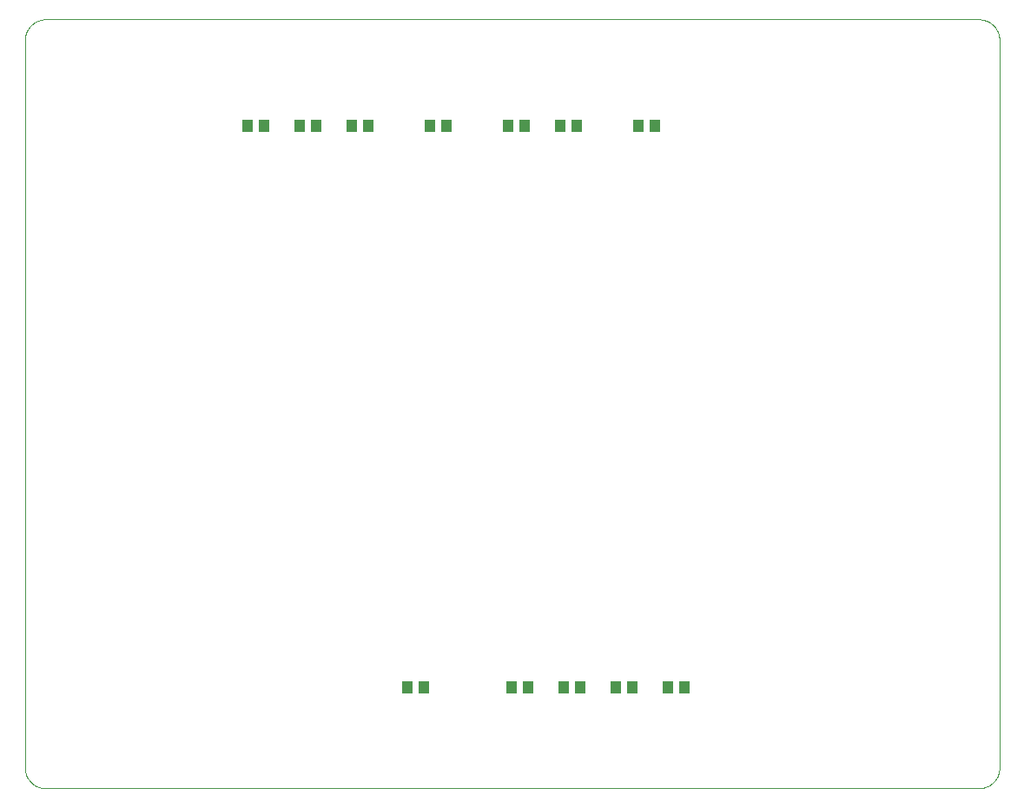
<source format=gbp>
G75*
%MOIN*%
%OFA0B0*%
%FSLAX25Y25*%
%IPPOS*%
%LPD*%
%AMOC8*
5,1,8,0,0,1.08239X$1,22.5*
%
%ADD10C,0.00400*%
%ADD11R,0.04331X0.05118*%
D10*
X0036217Y0030429D02*
X0394485Y0030429D01*
X0394675Y0030431D01*
X0394865Y0030438D01*
X0395055Y0030450D01*
X0395245Y0030466D01*
X0395434Y0030486D01*
X0395623Y0030512D01*
X0395811Y0030541D01*
X0395998Y0030576D01*
X0396184Y0030615D01*
X0396369Y0030658D01*
X0396554Y0030706D01*
X0396737Y0030758D01*
X0396918Y0030814D01*
X0397098Y0030875D01*
X0397277Y0030941D01*
X0397454Y0031010D01*
X0397630Y0031084D01*
X0397803Y0031162D01*
X0397975Y0031245D01*
X0398144Y0031331D01*
X0398312Y0031421D01*
X0398477Y0031516D01*
X0398640Y0031614D01*
X0398800Y0031717D01*
X0398958Y0031823D01*
X0399113Y0031933D01*
X0399266Y0032046D01*
X0399416Y0032164D01*
X0399562Y0032285D01*
X0399706Y0032409D01*
X0399847Y0032537D01*
X0399985Y0032668D01*
X0400120Y0032803D01*
X0400251Y0032941D01*
X0400379Y0033082D01*
X0400503Y0033226D01*
X0400624Y0033372D01*
X0400742Y0033522D01*
X0400855Y0033675D01*
X0400965Y0033830D01*
X0401071Y0033988D01*
X0401174Y0034148D01*
X0401272Y0034311D01*
X0401367Y0034476D01*
X0401457Y0034644D01*
X0401543Y0034813D01*
X0401626Y0034985D01*
X0401704Y0035158D01*
X0401778Y0035334D01*
X0401847Y0035511D01*
X0401913Y0035690D01*
X0401974Y0035870D01*
X0402030Y0036051D01*
X0402082Y0036234D01*
X0402130Y0036419D01*
X0402173Y0036604D01*
X0402212Y0036790D01*
X0402247Y0036977D01*
X0402276Y0037165D01*
X0402302Y0037354D01*
X0402322Y0037543D01*
X0402338Y0037733D01*
X0402350Y0037923D01*
X0402357Y0038113D01*
X0402359Y0038303D01*
X0402359Y0317831D01*
X0402357Y0318021D01*
X0402350Y0318211D01*
X0402338Y0318401D01*
X0402322Y0318591D01*
X0402302Y0318780D01*
X0402276Y0318969D01*
X0402247Y0319157D01*
X0402212Y0319344D01*
X0402173Y0319530D01*
X0402130Y0319715D01*
X0402082Y0319900D01*
X0402030Y0320083D01*
X0401974Y0320264D01*
X0401913Y0320444D01*
X0401847Y0320623D01*
X0401778Y0320800D01*
X0401704Y0320976D01*
X0401626Y0321149D01*
X0401543Y0321321D01*
X0401457Y0321490D01*
X0401367Y0321658D01*
X0401272Y0321823D01*
X0401174Y0321986D01*
X0401071Y0322146D01*
X0400965Y0322304D01*
X0400855Y0322459D01*
X0400742Y0322612D01*
X0400624Y0322762D01*
X0400503Y0322908D01*
X0400379Y0323052D01*
X0400251Y0323193D01*
X0400120Y0323331D01*
X0399985Y0323466D01*
X0399847Y0323597D01*
X0399706Y0323725D01*
X0399562Y0323849D01*
X0399416Y0323970D01*
X0399266Y0324088D01*
X0399113Y0324201D01*
X0398958Y0324311D01*
X0398800Y0324417D01*
X0398640Y0324520D01*
X0398477Y0324618D01*
X0398312Y0324713D01*
X0398144Y0324803D01*
X0397975Y0324889D01*
X0397803Y0324972D01*
X0397630Y0325050D01*
X0397454Y0325124D01*
X0397277Y0325193D01*
X0397098Y0325259D01*
X0396918Y0325320D01*
X0396737Y0325376D01*
X0396554Y0325428D01*
X0396369Y0325476D01*
X0396184Y0325519D01*
X0395998Y0325558D01*
X0395811Y0325593D01*
X0395623Y0325622D01*
X0395434Y0325648D01*
X0395245Y0325668D01*
X0395055Y0325684D01*
X0394865Y0325696D01*
X0394675Y0325703D01*
X0394485Y0325705D01*
X0036217Y0325705D01*
X0036027Y0325703D01*
X0035837Y0325696D01*
X0035647Y0325684D01*
X0035457Y0325668D01*
X0035268Y0325648D01*
X0035079Y0325622D01*
X0034891Y0325593D01*
X0034704Y0325558D01*
X0034518Y0325519D01*
X0034333Y0325476D01*
X0034148Y0325428D01*
X0033965Y0325376D01*
X0033784Y0325320D01*
X0033604Y0325259D01*
X0033425Y0325193D01*
X0033248Y0325124D01*
X0033072Y0325050D01*
X0032899Y0324972D01*
X0032727Y0324889D01*
X0032558Y0324803D01*
X0032390Y0324713D01*
X0032225Y0324618D01*
X0032062Y0324520D01*
X0031902Y0324417D01*
X0031744Y0324311D01*
X0031589Y0324201D01*
X0031436Y0324088D01*
X0031286Y0323970D01*
X0031140Y0323849D01*
X0030996Y0323725D01*
X0030855Y0323597D01*
X0030717Y0323466D01*
X0030582Y0323331D01*
X0030451Y0323193D01*
X0030323Y0323052D01*
X0030199Y0322908D01*
X0030078Y0322762D01*
X0029960Y0322612D01*
X0029847Y0322459D01*
X0029737Y0322304D01*
X0029631Y0322146D01*
X0029528Y0321986D01*
X0029430Y0321823D01*
X0029335Y0321658D01*
X0029245Y0321490D01*
X0029159Y0321321D01*
X0029076Y0321149D01*
X0028998Y0320976D01*
X0028924Y0320800D01*
X0028855Y0320623D01*
X0028789Y0320444D01*
X0028728Y0320264D01*
X0028672Y0320083D01*
X0028620Y0319900D01*
X0028572Y0319715D01*
X0028529Y0319530D01*
X0028490Y0319344D01*
X0028455Y0319157D01*
X0028426Y0318969D01*
X0028400Y0318780D01*
X0028380Y0318591D01*
X0028364Y0318401D01*
X0028352Y0318211D01*
X0028345Y0318021D01*
X0028343Y0317831D01*
X0028343Y0038303D01*
X0028345Y0038113D01*
X0028352Y0037923D01*
X0028364Y0037733D01*
X0028380Y0037543D01*
X0028400Y0037354D01*
X0028426Y0037165D01*
X0028455Y0036977D01*
X0028490Y0036790D01*
X0028529Y0036604D01*
X0028572Y0036419D01*
X0028620Y0036234D01*
X0028672Y0036051D01*
X0028728Y0035870D01*
X0028789Y0035690D01*
X0028855Y0035511D01*
X0028924Y0035334D01*
X0028998Y0035158D01*
X0029076Y0034985D01*
X0029159Y0034813D01*
X0029245Y0034644D01*
X0029335Y0034476D01*
X0029430Y0034311D01*
X0029528Y0034148D01*
X0029631Y0033988D01*
X0029737Y0033830D01*
X0029847Y0033675D01*
X0029960Y0033522D01*
X0030078Y0033372D01*
X0030199Y0033226D01*
X0030323Y0033082D01*
X0030451Y0032941D01*
X0030582Y0032803D01*
X0030717Y0032668D01*
X0030855Y0032537D01*
X0030996Y0032409D01*
X0031140Y0032285D01*
X0031286Y0032164D01*
X0031436Y0032046D01*
X0031589Y0031933D01*
X0031744Y0031823D01*
X0031902Y0031717D01*
X0032062Y0031614D01*
X0032225Y0031516D01*
X0032390Y0031421D01*
X0032558Y0031331D01*
X0032727Y0031245D01*
X0032899Y0031162D01*
X0033072Y0031084D01*
X0033248Y0031010D01*
X0033425Y0030941D01*
X0033604Y0030875D01*
X0033784Y0030814D01*
X0033965Y0030758D01*
X0034148Y0030706D01*
X0034333Y0030658D01*
X0034518Y0030615D01*
X0034704Y0030576D01*
X0034891Y0030541D01*
X0035079Y0030512D01*
X0035268Y0030486D01*
X0035457Y0030466D01*
X0035647Y0030450D01*
X0035837Y0030438D01*
X0036027Y0030431D01*
X0036217Y0030429D01*
D11*
X0175194Y0069179D03*
X0181493Y0069179D03*
X0215194Y0069179D03*
X0221493Y0069179D03*
X0235194Y0069179D03*
X0241493Y0069179D03*
X0255194Y0069179D03*
X0261493Y0069179D03*
X0275194Y0069179D03*
X0281493Y0069179D03*
X0270243Y0284804D03*
X0263944Y0284804D03*
X0240243Y0284804D03*
X0233944Y0284804D03*
X0220243Y0284804D03*
X0213944Y0284804D03*
X0190243Y0284804D03*
X0183944Y0284804D03*
X0160243Y0284804D03*
X0153944Y0284804D03*
X0140243Y0284804D03*
X0133944Y0284804D03*
X0120243Y0284804D03*
X0113944Y0284804D03*
M02*

</source>
